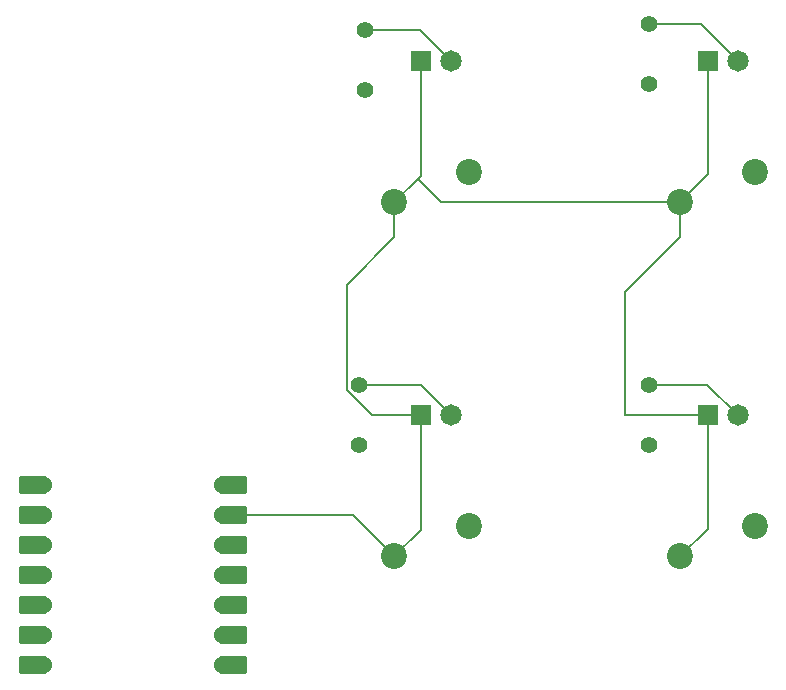
<source format=gbr>
%TF.GenerationSoftware,KiCad,Pcbnew,9.0.6*%
%TF.CreationDate,2025-11-18T20:58:22+00:00*%
%TF.ProjectId,pathfinderKey-Cuts,70617468-6669-46e6-9465-724b65792d43,rev?*%
%TF.SameCoordinates,Original*%
%TF.FileFunction,Copper,L1,Top*%
%TF.FilePolarity,Positive*%
%FSLAX46Y46*%
G04 Gerber Fmt 4.6, Leading zero omitted, Abs format (unit mm)*
G04 Created by KiCad (PCBNEW 9.0.6) date 2025-11-18 20:58:22*
%MOMM*%
%LPD*%
G01*
G04 APERTURE LIST*
G04 Aperture macros list*
%AMRoundRect*
0 Rectangle with rounded corners*
0 $1 Rounding radius*
0 $2 $3 $4 $5 $6 $7 $8 $9 X,Y pos of 4 corners*
0 Add a 4 corners polygon primitive as box body*
4,1,4,$2,$3,$4,$5,$6,$7,$8,$9,$2,$3,0*
0 Add four circle primitives for the rounded corners*
1,1,$1+$1,$2,$3*
1,1,$1+$1,$4,$5*
1,1,$1+$1,$6,$7*
1,1,$1+$1,$8,$9*
0 Add four rect primitives between the rounded corners*
20,1,$1+$1,$2,$3,$4,$5,0*
20,1,$1+$1,$4,$5,$6,$7,0*
20,1,$1+$1,$6,$7,$8,$9,0*
20,1,$1+$1,$8,$9,$2,$3,0*%
G04 Aperture macros list end*
%TA.AperFunction,ComponentPad*%
%ADD10C,1.400000*%
%TD*%
%TA.AperFunction,ComponentPad*%
%ADD11C,2.200000*%
%TD*%
%TA.AperFunction,ComponentPad*%
%ADD12C,1.815000*%
%TD*%
%TA.AperFunction,ComponentPad*%
%ADD13R,1.815000X1.815000*%
%TD*%
%TA.AperFunction,SMDPad,CuDef*%
%ADD14RoundRect,0.152400X1.063600X0.609600X-1.063600X0.609600X-1.063600X-0.609600X1.063600X-0.609600X0*%
%TD*%
%TA.AperFunction,ComponentPad*%
%ADD15C,1.524000*%
%TD*%
%TA.AperFunction,SMDPad,CuDef*%
%ADD16RoundRect,0.152400X-1.063600X-0.609600X1.063600X-0.609600X1.063600X0.609600X-1.063600X0.609600X0*%
%TD*%
%TA.AperFunction,Conductor*%
%ADD17C,0.200000*%
%TD*%
G04 APERTURE END LIST*
D10*
%TO.P,R2,1*%
%TO.N,Net-(D2-PadA)*%
X154500000Y-84420000D03*
%TO.P,R2,2*%
%TO.N,LED2*%
X154500000Y-89500000D03*
%TD*%
%TO.P,R3,1*%
%TO.N,Net-(D3-PadA)*%
X178580000Y-114420000D03*
%TO.P,R3,2*%
%TO.N,LED3*%
X178580000Y-119500000D03*
%TD*%
D11*
%TO.P,SW1,1,1*%
%TO.N,button1*%
X187540000Y-96420000D03*
%TO.P,SW1,2,2*%
%TO.N,GND*%
X181190000Y-98960000D03*
%TD*%
D12*
%TO.P,D2,A*%
%TO.N,Net-(D2-PadA)*%
X161770000Y-87000000D03*
D13*
%TO.P,D2,C*%
%TO.N,GND*%
X159230000Y-87000000D03*
%TD*%
D11*
%TO.P,SW3,1,1*%
%TO.N,button3*%
X187540000Y-126420000D03*
%TO.P,SW3,2,2*%
%TO.N,GND*%
X181190000Y-128960000D03*
%TD*%
%TO.P,SW4,1,1*%
%TO.N,button4*%
X163369000Y-126420000D03*
%TO.P,SW4,2,2*%
%TO.N,GND*%
X157019000Y-128960000D03*
%TD*%
D10*
%TO.P,R1,1*%
%TO.N,Net-(D1-PadA)*%
X178580000Y-83920000D03*
%TO.P,R1,2*%
%TO.N,LED1*%
X178580000Y-89000000D03*
%TD*%
D12*
%TO.P,D4,A*%
%TO.N,Net-(D4-PadA)*%
X161770000Y-117000000D03*
D13*
%TO.P,D4,C*%
%TO.N,GND*%
X159230000Y-117000000D03*
%TD*%
D11*
%TO.P,SW2,1,1*%
%TO.N,button2*%
X163369000Y-96420000D03*
%TO.P,SW2,2,2*%
%TO.N,GND*%
X157019000Y-98960000D03*
%TD*%
D14*
%TO.P,U1,1,GPIO26/ADC0/A0*%
%TO.N,button1*%
X126425000Y-122880000D03*
D15*
X127260000Y-122880000D03*
D14*
%TO.P,U1,2,GPIO27/ADC1/A1*%
%TO.N,button2*%
X126425000Y-125420000D03*
D15*
X127260000Y-125420000D03*
D14*
%TO.P,U1,3,GPIO28/ADC2/A2*%
%TO.N,button3*%
X126425000Y-127960000D03*
D15*
X127260000Y-127960000D03*
D14*
%TO.P,U1,4,GPIO29/ADC3/A3*%
%TO.N,button4*%
X126425000Y-130500000D03*
D15*
X127260000Y-130500000D03*
D14*
%TO.P,U1,5,GPIO6/SDA*%
%TO.N,LED1*%
X126425000Y-133040000D03*
D15*
X127260000Y-133040000D03*
D14*
%TO.P,U1,6,GPIO7/SCL*%
%TO.N,LED2*%
X126425000Y-135580000D03*
D15*
X127260000Y-135580000D03*
D14*
%TO.P,U1,7,GPIO0/TX*%
%TO.N,LED3*%
X126425000Y-138120000D03*
D15*
X127260000Y-138120000D03*
%TO.P,U1,8,GPIO1/RX*%
%TO.N,LED4*%
X142500000Y-138120000D03*
D16*
X143335000Y-138120000D03*
D15*
%TO.P,U1,9,GPIO2/SCK*%
%TO.N,unconnected-(U1-GPIO2{slash}SCK-Pad9)*%
X142500000Y-135580000D03*
D16*
X143335000Y-135580000D03*
D15*
%TO.P,U1,10,GPIO4/MISO*%
%TO.N,unconnected-(U1-GPIO4{slash}MISO-Pad10)*%
X142500000Y-133040000D03*
D16*
X143335000Y-133040000D03*
D15*
%TO.P,U1,11,GPIO3/MOSI*%
%TO.N,unconnected-(U1-GPIO3{slash}MOSI-Pad11)*%
X142500000Y-130500000D03*
D16*
X143335000Y-130500000D03*
D15*
%TO.P,U1,12,3V3*%
%TO.N,unconnected-(U1-3V3-Pad12)*%
X142500000Y-127960000D03*
D16*
X143335000Y-127960000D03*
D15*
%TO.P,U1,13,GND*%
%TO.N,GND*%
X142500000Y-125420000D03*
D16*
X143335000Y-125420000D03*
D15*
%TO.P,U1,14,VBUS*%
%TO.N,unconnected-(U1-VBUS-Pad14)*%
X142500000Y-122880000D03*
D16*
X143335000Y-122880000D03*
%TD*%
D12*
%TO.P,D3,A*%
%TO.N,Net-(D3-PadA)*%
X186080000Y-117000000D03*
D13*
%TO.P,D3,C*%
%TO.N,GND*%
X183540000Y-117000000D03*
%TD*%
D10*
%TO.P,R4,1*%
%TO.N,Net-(D4-PadA)*%
X154000000Y-114460000D03*
%TO.P,R4,2*%
%TO.N,LED4*%
X154000000Y-119540000D03*
%TD*%
D12*
%TO.P,D1,A*%
%TO.N,Net-(D1-PadA)*%
X186080000Y-87000000D03*
D13*
%TO.P,D1,C*%
%TO.N,GND*%
X183540000Y-87000000D03*
%TD*%
D17*
%TO.N,Net-(D1-PadA)*%
X178580000Y-83920000D02*
X183000000Y-83920000D01*
X183000000Y-83920000D02*
X186080000Y-87000000D01*
%TO.N,GND*%
X152999000Y-114874628D02*
X152999000Y-105948470D01*
X159230000Y-87000000D02*
X159230000Y-96749000D01*
X159230000Y-96749000D02*
X158989500Y-96989500D01*
X181190000Y-101928470D02*
X176500000Y-106618470D01*
X159230000Y-126749000D02*
X157019000Y-128960000D01*
X159230000Y-117000000D02*
X159230000Y-121000000D01*
X181190000Y-98960000D02*
X183540000Y-96610000D01*
X183540000Y-126610000D02*
X183540000Y-117000000D01*
X159230000Y-122000000D02*
X159230000Y-126749000D01*
X155124372Y-117000000D02*
X152999000Y-114874628D01*
X157019000Y-101928470D02*
X157019000Y-98960000D01*
X181190000Y-98960000D02*
X181190000Y-101928470D01*
X158989500Y-96989500D02*
X157019000Y-98960000D01*
X160960000Y-98960000D02*
X181190000Y-98960000D01*
X152999000Y-105948470D02*
X157019000Y-101928470D01*
X157019000Y-128960000D02*
X153479000Y-125420000D01*
X158989500Y-96989500D02*
X160960000Y-98960000D01*
X176500000Y-117000000D02*
X183540000Y-117000000D01*
X176500000Y-106618470D02*
X176500000Y-117000000D01*
X181190000Y-128960000D02*
X183540000Y-126610000D01*
X159230000Y-117000000D02*
X155124372Y-117000000D01*
X159230000Y-121000000D02*
X159230000Y-122000000D01*
X153479000Y-125420000D02*
X142500000Y-125420000D01*
X183540000Y-96610000D02*
X183540000Y-87000000D01*
%TO.N,Net-(D2-PadA)*%
X154500000Y-84420000D02*
X159190000Y-84420000D01*
X159190000Y-84420000D02*
X161770000Y-87000000D01*
%TO.N,Net-(D3-PadA)*%
X183500000Y-114420000D02*
X186080000Y-117000000D01*
X178580000Y-114420000D02*
X183500000Y-114420000D01*
%TO.N,Net-(D4-PadA)*%
X159230000Y-114460000D02*
X161770000Y-117000000D01*
X154000000Y-114460000D02*
X159230000Y-114460000D01*
%TD*%
M02*

</source>
